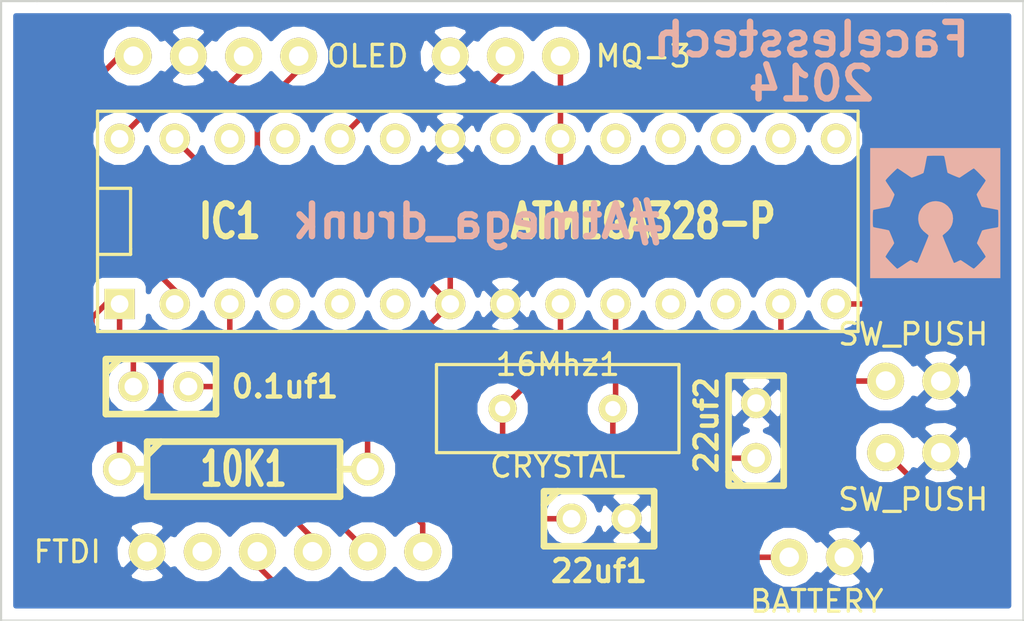
<source format=kicad_pcb>
(kicad_pcb (version 3) (host pcbnew "(22-Jun-2014 BZR 4027)-stable")

  (general
    (links 29)
    (no_connects 0)
    (area 223.088999 100.517 270.306001 130.369)
    (thickness 1.6)
    (drawings 13)
    (tracks 90)
    (zones 0)
    (modules 13)
    (nets 14)
  )

  (page A3)
  (layers
    (15 F.Cu signal)
    (0 B.Cu signal)
    (16 B.Adhes user)
    (17 F.Adhes user)
    (18 B.Paste user)
    (19 F.Paste user)
    (20 B.SilkS user)
    (21 F.SilkS user)
    (22 B.Mask user)
    (23 F.Mask user)
    (24 Dwgs.User user)
    (25 Cmts.User user)
    (26 Eco1.User user)
    (27 Eco2.User user)
    (28 Edge.Cuts user)
  )

  (setup
    (last_trace_width 0.254)
    (trace_clearance 0.254)
    (zone_clearance 0.508)
    (zone_45_only no)
    (trace_min 0.254)
    (segment_width 0.2)
    (edge_width 0.1)
    (via_size 0.889)
    (via_drill 0.635)
    (via_min_size 0.889)
    (via_min_drill 0.508)
    (uvia_size 0.508)
    (uvia_drill 0.127)
    (uvias_allowed no)
    (uvia_min_size 0.508)
    (uvia_min_drill 0.127)
    (pcb_text_width 0.3)
    (pcb_text_size 1.5 1.5)
    (mod_edge_width 0.15)
    (mod_text_size 1 1)
    (mod_text_width 0.15)
    (pad_size 1.7 1.7)
    (pad_drill 0.9)
    (pad_to_mask_clearance 0)
    (aux_axis_origin 0 0)
    (visible_elements FFFFFFBF)
    (pcbplotparams
      (layerselection 284196865)
      (usegerberextensions true)
      (excludeedgelayer true)
      (linewidth 0.150000)
      (plotframeref false)
      (viasonmask false)
      (mode 1)
      (useauxorigin false)
      (hpglpennumber 1)
      (hpglpenspeed 20)
      (hpglpendiameter 15)
      (hpglpenoverlay 2)
      (psnegative false)
      (psa4output false)
      (plotreference true)
      (plotvalue true)
      (plotothertext true)
      (plotinvisibletext false)
      (padsonsilk false)
      (subtractmaskfromsilk false)
      (outputformat 1)
      (mirror false)
      (drillshape 0)
      (scaleselection 1)
      (outputdirectory ""))
  )

  (net 0 "")
  (net 1 GND)
  (net 2 N-0000010)
  (net 3 N-0000018)
  (net 4 N-0000022)
  (net 5 N-0000027)
  (net 6 N-000003)
  (net 7 N-000004)
  (net 8 N-000005)
  (net 9 N-000006)
  (net 10 N-000007)
  (net 11 N-000008)
  (net 12 N-000009)
  (net 13 VCC)

  (net_class Default "This is the default net class."
    (clearance 0.254)
    (trace_width 0.254)
    (via_dia 0.889)
    (via_drill 0.635)
    (uvia_dia 0.508)
    (uvia_drill 0.127)
    (add_net "")
    (add_net GND)
    (add_net N-0000010)
    (add_net N-0000018)
    (add_net N-0000022)
    (add_net N-0000027)
    (add_net N-000003)
    (add_net N-000004)
    (add_net N-000005)
    (add_net N-000006)
    (add_net N-000007)
    (add_net N-000008)
    (add_net N-000009)
    (add_net VCC)
  )

  (module R4-5 (layer F.Cu) (tedit 5490AB30) (tstamp 5490AAB5)
    (at 234.315 123.19)
    (path /5489FF92)
    (fp_text reference 10K1 (at 0 0) (layer F.SilkS)
      (effects (font (size 1.524 1.016) (thickness 0.3048)))
    )
    (fp_text value R (at 0 0) (layer F.SilkS) hide
      (effects (font (size 1.524 1.016) (thickness 0.3048)))
    )
    (fp_line (start -4.445 -1.27) (end -4.445 1.27) (layer F.SilkS) (width 0.3048))
    (fp_line (start -4.445 1.27) (end 4.445 1.27) (layer F.SilkS) (width 0.3048))
    (fp_line (start 4.445 1.27) (end 4.445 -1.27) (layer F.SilkS) (width 0.3048))
    (fp_line (start 4.445 -1.27) (end -4.445 -1.27) (layer F.SilkS) (width 0.3048))
    (fp_line (start -4.445 -0.635) (end -3.81 -1.27) (layer F.SilkS) (width 0.3048))
    (fp_line (start -4.445 0) (end -5.715 0) (layer F.SilkS) (width 0.3048))
    (fp_line (start 4.445 0) (end 5.715 0) (layer F.SilkS) (width 0.3048))
    (pad 1 thru_hole circle (at -5.715 0) (size 1.524 1.524) (drill 1.016)
      (layers *.Cu *.Mask F.SilkS)
      (net 7 N-000004)
    )
    (pad 2 thru_hole circle (at 5.715 0) (size 1.524 1.524) (drill 1.016)
      (layers *.Cu *.Mask F.SilkS)
      (net 13 VCC)
    )
    (model discret/resistor.wrl
      (at (xyz 0 0 0))
      (scale (xyz 0.45 0.45 0.45))
      (rotate (xyz 0 0 0))
    )
  )

  (module DIP_28_300_SOCKET (layer F.Cu) (tedit 548F57DD) (tstamp 5490AAE7)
    (at 245.11 111.76)
    (descr "28 pins DIL package, round pads, width 300mil")
    (tags DIL)
    (path /5489F987)
    (fp_text reference IC1 (at -11.43 0) (layer F.SilkS)
      (effects (font (size 1.524 1.143) (thickness 0.3048)))
    )
    (fp_text value ATMEGA328-P (at 7.62 0) (layer F.SilkS)
      (effects (font (size 1.524 1.143) (thickness 0.28575)))
    )
    (fp_line (start -17.526 -1.524) (end -16.002 -1.524) (layer F.SilkS) (width 0.15))
    (fp_line (start -16.002 -1.524) (end -16.002 1.27) (layer F.SilkS) (width 0.15))
    (fp_line (start -16.002 1.27) (end -16.002 1.524) (layer F.SilkS) (width 0.15))
    (fp_line (start -16.002 1.524) (end -17.526 1.524) (layer F.SilkS) (width 0.15))
    (fp_line (start 17.526 -5.08) (end 17.526 5.08) (layer F.SilkS) (width 0.15))
    (fp_line (start 17.526 5.08) (end -17.526 5.08) (layer F.SilkS) (width 0.15))
    (fp_line (start -17.526 5.08) (end -17.526 -5.08) (layer F.SilkS) (width 0.15))
    (fp_line (start -17.526 -5.08) (end 17.526 -5.08) (layer F.SilkS) (width 0.15))
    (pad 2 thru_hole circle (at -13.97 3.81) (size 1.397 1.397) (drill 0.8128)
      (layers *.Cu *.Mask F.SilkS)
      (net 9 N-000006)
    )
    (pad 3 thru_hole circle (at -11.43 3.81) (size 1.397 1.397) (drill 0.8128)
      (layers *.Cu *.Mask F.SilkS)
      (net 8 N-000005)
    )
    (pad 4 thru_hole circle (at -8.89 3.81) (size 1.397 1.397) (drill 0.8128)
      (layers *.Cu *.Mask F.SilkS)
    )
    (pad 5 thru_hole circle (at -6.35 3.81) (size 1.397 1.397) (drill 0.8128)
      (layers *.Cu *.Mask F.SilkS)
    )
    (pad 6 thru_hole circle (at -3.81 3.81) (size 1.397 1.397) (drill 0.8128)
      (layers *.Cu *.Mask F.SilkS)
    )
    (pad 7 thru_hole circle (at -1.27 3.81) (size 1.397 1.397) (drill 0.8128)
      (layers *.Cu *.Mask F.SilkS)
      (net 13 VCC)
    )
    (pad 8 thru_hole circle (at 1.27 3.81) (size 1.397 1.397) (drill 0.8128)
      (layers *.Cu *.Mask F.SilkS)
      (net 1 GND)
    )
    (pad 9 thru_hole circle (at 3.81 3.81) (size 1.397 1.397) (drill 0.8128)
      (layers *.Cu *.Mask F.SilkS)
      (net 4 N-0000022)
    )
    (pad 10 thru_hole circle (at 6.35 3.81) (size 1.397 1.397) (drill 0.8128)
      (layers *.Cu *.Mask F.SilkS)
      (net 3 N-0000018)
    )
    (pad 11 thru_hole circle (at 8.89 3.81) (size 1.397 1.397) (drill 0.8128)
      (layers *.Cu *.Mask F.SilkS)
    )
    (pad 12 thru_hole circle (at 11.43 3.81) (size 1.397 1.397) (drill 0.8128)
      (layers *.Cu *.Mask F.SilkS)
    )
    (pad 13 thru_hole circle (at 13.97 3.81) (size 1.397 1.397) (drill 0.8128)
      (layers *.Cu *.Mask F.SilkS)
      (net 11 N-000008)
    )
    (pad 14 thru_hole circle (at 16.51 3.81) (size 1.397 1.397) (drill 0.8128)
      (layers *.Cu *.Mask F.SilkS)
      (net 12 N-000009)
    )
    (pad 1 thru_hole rect (at -16.51 3.81) (size 1.397 1.397) (drill 0.8128)
      (layers *.Cu *.Mask F.SilkS)
      (net 7 N-000004)
    )
    (pad 15 thru_hole circle (at 16.51 -3.81) (size 1.397 1.397) (drill 0.8128)
      (layers *.Cu *.Mask F.SilkS)
    )
    (pad 16 thru_hole circle (at 13.97 -3.81) (size 1.397 1.397) (drill 0.8128)
      (layers *.Cu *.Mask F.SilkS)
    )
    (pad 17 thru_hole circle (at 11.43 -3.81) (size 1.397 1.397) (drill 0.8128)
      (layers *.Cu *.Mask F.SilkS)
    )
    (pad 18 thru_hole circle (at 8.89 -3.81) (size 1.397 1.397) (drill 0.8128)
      (layers *.Cu *.Mask F.SilkS)
    )
    (pad 19 thru_hole circle (at 6.35 -3.81) (size 1.397 1.397) (drill 0.8128)
      (layers *.Cu *.Mask F.SilkS)
    )
    (pad 20 thru_hole circle (at 3.81 -3.81) (size 1.397 1.397) (drill 0.8128)
      (layers *.Cu *.Mask F.SilkS)
      (net 13 VCC)
    )
    (pad 21 thru_hole circle (at 1.27 -3.81) (size 1.397 1.397) (drill 0.8128)
      (layers *.Cu *.Mask F.SilkS)
    )
    (pad 22 thru_hole circle (at -1.27 -3.81) (size 1.397 1.397) (drill 0.8128)
      (layers *.Cu *.Mask F.SilkS)
      (net 1 GND)
    )
    (pad 23 thru_hole circle (at -3.81 -3.81) (size 1.397 1.397) (drill 0.8128)
      (layers *.Cu *.Mask F.SilkS)
    )
    (pad 24 thru_hole circle (at -6.35 -3.81) (size 1.397 1.397) (drill 0.8128)
      (layers *.Cu *.Mask F.SilkS)
      (net 6 N-000003)
    )
    (pad 25 thru_hole circle (at -8.89 -3.81) (size 1.397 1.397) (drill 0.8128)
      (layers *.Cu *.Mask F.SilkS)
    )
    (pad 26 thru_hole circle (at -11.43 -3.81) (size 1.397 1.397) (drill 0.8128)
      (layers *.Cu *.Mask F.SilkS)
    )
    (pad 27 thru_hole circle (at -13.97 -3.81) (size 1.397 1.397) (drill 0.8128)
      (layers *.Cu *.Mask F.SilkS)
      (net 10 N-000007)
    )
    (pad 28 thru_hole circle (at -16.51 -3.81) (size 1.397 1.397) (drill 0.8128)
      (layers *.Cu *.Mask F.SilkS)
      (net 2 N-0000010)
    )
    (model dil/dil_28-w300.wrl
      (at (xyz 0 0 0))
      (scale (xyz 1 1 1))
      (rotate (xyz 0 0 0))
    )
  )

  (module C1 (layer F.Cu) (tedit 5493502A) (tstamp 5490AAF2)
    (at 250.698 125.476)
    (descr "Condensateur e = 1 pas")
    (tags C)
    (path /5489FFB0)
    (fp_text reference 22uf1 (at 0 2.413) (layer F.SilkS)
      (effects (font (size 1.016 1.016) (thickness 0.2032)))
    )
    (fp_text value C (at 0 -2.286) (layer F.SilkS) hide
      (effects (font (size 1.016 1.016) (thickness 0.2032)))
    )
    (fp_line (start -2.4892 -1.27) (end 2.54 -1.27) (layer F.SilkS) (width 0.3048))
    (fp_line (start 2.54 -1.27) (end 2.54 1.27) (layer F.SilkS) (width 0.3048))
    (fp_line (start 2.54 1.27) (end -2.54 1.27) (layer F.SilkS) (width 0.3048))
    (fp_line (start -2.54 1.27) (end -2.54 -1.27) (layer F.SilkS) (width 0.3048))
    (fp_line (start -2.54 -0.635) (end -1.905 -1.27) (layer F.SilkS) (width 0.3048))
    (pad 1 thru_hole circle (at -1.27 0) (size 1.397 1.397) (drill 0.8128)
      (layers *.Cu *.Mask F.SilkS)
      (net 4 N-0000022)
    )
    (pad 2 thru_hole circle (at 1.27 0) (size 1.397 1.397) (drill 0.8128)
      (layers *.Cu *.Mask F.SilkS)
      (net 1 GND)
    )
    (model discret/capa_1_pas.wrl
      (at (xyz 0 0 0))
      (scale (xyz 1 1 1))
      (rotate (xyz 0 0 0))
    )
  )

  (module C1 (layer F.Cu) (tedit 3F92C496) (tstamp 5490AAFD)
    (at 257.937 121.412 90)
    (descr "Condensateur e = 1 pas")
    (tags C)
    (path /5489FFBF)
    (fp_text reference 22uf2 (at 0.254 -2.286 90) (layer F.SilkS)
      (effects (font (size 1.016 1.016) (thickness 0.2032)))
    )
    (fp_text value C (at 0 -2.286 90) (layer F.SilkS) hide
      (effects (font (size 1.016 1.016) (thickness 0.2032)))
    )
    (fp_line (start -2.4892 -1.27) (end 2.54 -1.27) (layer F.SilkS) (width 0.3048))
    (fp_line (start 2.54 -1.27) (end 2.54 1.27) (layer F.SilkS) (width 0.3048))
    (fp_line (start 2.54 1.27) (end -2.54 1.27) (layer F.SilkS) (width 0.3048))
    (fp_line (start -2.54 1.27) (end -2.54 -1.27) (layer F.SilkS) (width 0.3048))
    (fp_line (start -2.54 -0.635) (end -1.905 -1.27) (layer F.SilkS) (width 0.3048))
    (pad 1 thru_hole circle (at -1.27 0 90) (size 1.397 1.397) (drill 0.8128)
      (layers *.Cu *.Mask F.SilkS)
      (net 3 N-0000018)
    )
    (pad 2 thru_hole circle (at 1.27 0 90) (size 1.397 1.397) (drill 0.8128)
      (layers *.Cu *.Mask F.SilkS)
      (net 1 GND)
    )
    (model discret/capa_1_pas.wrl
      (at (xyz 0 0 0))
      (scale (xyz 1 1 1))
      (rotate (xyz 0 0 0))
    )
  )

  (module C1 (layer F.Cu) (tedit 54934FC9) (tstamp 5490AB08)
    (at 230.505 119.38)
    (descr "Condensateur e = 1 pas")
    (tags C)
    (path /5489FFCE)
    (fp_text reference 0.1uf1 (at 5.715 0) (layer F.SilkS)
      (effects (font (size 1.016 1.016) (thickness 0.2032)))
    )
    (fp_text value C (at 0 -2.286) (layer F.SilkS) hide
      (effects (font (size 1.016 1.016) (thickness 0.2032)))
    )
    (fp_line (start -2.4892 -1.27) (end 2.54 -1.27) (layer F.SilkS) (width 0.3048))
    (fp_line (start 2.54 -1.27) (end 2.54 1.27) (layer F.SilkS) (width 0.3048))
    (fp_line (start 2.54 1.27) (end -2.54 1.27) (layer F.SilkS) (width 0.3048))
    (fp_line (start -2.54 1.27) (end -2.54 -1.27) (layer F.SilkS) (width 0.3048))
    (fp_line (start -2.54 -0.635) (end -1.905 -1.27) (layer F.SilkS) (width 0.3048))
    (pad 1 thru_hole circle (at -1.27 0) (size 1.397 1.397) (drill 0.8128)
      (layers *.Cu *.Mask F.SilkS)
      (net 7 N-000004)
    )
    (pad 2 thru_hole circle (at 1.27 0) (size 1.397 1.397) (drill 0.8128)
      (layers *.Cu *.Mask F.SilkS)
      (net 5 N-0000027)
    )
    (model discret/capa_1_pas.wrl
      (at (xyz 0 0 0))
      (scale (xyz 1 1 1))
      (rotate (xyz 0 0 0))
    )
  )

  (module FTDI (layer F.Cu) (tedit 54958BED) (tstamp 5490B2CB)
    (at 236.22 127 180)
    (path /548D985C)
    (fp_text reference U2 (at 0 -2.54 180) (layer F.SilkS) hide
      (effects (font (size 1 1) (thickness 0.15)))
    )
    (fp_text value FTDI (at 10.033 0 180) (layer F.SilkS)
      (effects (font (size 1 1) (thickness 0.15)))
    )
    (pad 1 thru_hole circle (at -6.35 0 180) (size 1.7 1.7) (drill 0.9)
      (layers *.Cu *.Mask F.SilkS)
      (net 5 N-0000027)
    )
    (pad 2 thru_hole circle (at -3.81 0 180) (size 1.7 1.7) (drill 0.9)
      (layers *.Cu *.Mask F.SilkS)
      (net 8 N-000005)
    )
    (pad 3 thru_hole circle (at -1.27 0 180) (size 1.7 1.7) (drill 0.9)
      (layers *.Cu *.Mask F.SilkS)
      (net 9 N-000006)
    )
    (pad 4 thru_hole circle (at 1.27 0 180) (size 1.7 1.7) (drill 0.9)
      (layers *.Cu *.Mask F.SilkS)
      (net 13 VCC)
    )
    (pad 5 thru_hole circle (at 3.81 0 180) (size 1.7 1.7) (drill 0.9)
      (layers *.Cu *.Mask F.SilkS)
    )
    (pad 6 thru_hole circle (at 6.35 0 180) (size 1.7 1.7) (drill 0.9)
      (layers *.Cu *.Mask F.SilkS)
      (net 1 GND)
    )
  )

  (module Crystal_custom (layer F.Cu) (tedit 54958BE0) (tstamp 5491482D)
    (at 248.793 120.396 180)
    (path /5489FF7F)
    (fp_text reference 16Mhz1 (at 0 2.032 180) (layer F.SilkS)
      (effects (font (size 1 1) (thickness 0.15)))
    )
    (fp_text value CRYSTAL (at 0 -2.667 180) (layer F.SilkS)
      (effects (font (size 1 1) (thickness 0.15)))
    )
    (fp_line (start -5.588 -2.032) (end 5.588 -2.032) (layer F.SilkS) (width 0.15))
    (fp_line (start 5.588 -2.032) (end 5.588 2.032) (layer F.SilkS) (width 0.15))
    (fp_line (start 5.588 2.032) (end -5.588 2.032) (layer F.SilkS) (width 0.15))
    (fp_line (start -5.588 2.032) (end -5.588 -2.032) (layer F.SilkS) (width 0.15))
    (pad 1 thru_hole circle (at -2.54 0 180) (size 1.3 1.3) (drill 0.7)
      (layers *.Cu *.Mask F.SilkS)
      (net 3 N-0000018)
    )
    (pad 2 thru_hole circle (at 2.54 0 180) (size 1.3 1.3) (drill 0.7)
      (layers *.Cu *.Mask F.SilkS)
      (net 4 N-0000022)
    )
  )

  (module OLED_HEADER (layer F.Cu) (tedit 54934FB9) (tstamp 5491F79C)
    (at 233.045 104.14)
    (path /5489FEEB)
    (fp_text reference U3 (at 0 -2.794) (layer F.SilkS) hide
      (effects (font (size 1 1) (thickness 0.15)))
    )
    (fp_text value OLED (at 6.985 0) (layer F.SilkS)
      (effects (font (size 1 1) (thickness 0.15)))
    )
    (pad 2 thru_hole circle (at -1.27 0) (size 1.7 1.7) (drill 0.9)
      (layers *.Cu *.Mask F.SilkS)
      (net 1 GND)
    )
    (pad 3 thru_hole circle (at 1.27 0) (size 1.7 1.7) (drill 0.9)
      (layers *.Cu *.Mask F.SilkS)
      (net 2 N-0000010)
    )
    (pad 1 thru_hole circle (at -3.81 0) (size 1.7 1.7) (drill 0.9)
      (layers *.Cu *.Mask F.SilkS)
      (net 13 VCC)
    )
    (pad 4 thru_hole circle (at 3.81 0) (size 1.7 1.7) (drill 0.9)
      (layers *.Cu *.Mask F.SilkS)
      (net 10 N-000007)
    )
  )

  (module MQ-3 (layer F.Cu) (tedit 54934FAB) (tstamp 5491F8FE)
    (at 246.38 104.14)
    (path /548D9436)
    (fp_text reference U1 (at 0 -2.286) (layer F.SilkS) hide
      (effects (font (size 1 1) (thickness 0.15)))
    )
    (fp_text value MQ-3 (at 6.35 0) (layer F.SilkS)
      (effects (font (size 1 1) (thickness 0.15)))
    )
    (pad 1 thru_hole circle (at -2.54 0) (size 1.7 1.7) (drill 0.9)
      (layers *.Cu *.Mask F.SilkS)
      (net 1 GND)
    )
    (pad 2 thru_hole circle (at 0 0) (size 1.7 1.7) (drill 0.9)
      (layers *.Cu *.Mask F.SilkS)
      (net 6 N-000003)
    )
    (pad 3 thru_hole circle (at 2.54 0) (size 1.7 1.7) (drill 0.9)
      (layers *.Cu *.Mask F.SilkS)
      (net 13 VCC)
    )
  )

  (module PUSH_BUTTONS_CUSTOM (layer F.Cu) (tedit 54935086) (tstamp 5491F9EB)
    (at 265.176 122.428)
    (path /548D948E)
    (fp_text reference eeSW3 (at 0 -2.032) (layer F.SilkS) hide
      (effects (font (size 1 1) (thickness 0.15)))
    )
    (fp_text value SW_PUSH (at 0 2.159) (layer F.SilkS)
      (effects (font (size 1 1) (thickness 0.15)))
    )
    (pad 1 thru_hole circle (at -1.27 0) (size 1.7 1.7) (drill 0.9)
      (layers *.Cu *.Mask F.SilkS)
      (net 12 N-000009)
    )
    (pad 2 thru_hole circle (at 1.27 0) (size 1.7 1.7) (drill 0.9)
      (layers *.Cu *.Mask F.SilkS)
      (net 1 GND)
    )
  )

  (module PUSH_BUTTONS_CUSTOM (layer F.Cu) (tedit 54935080) (tstamp 5491F9F1)
    (at 265.176 119.126)
    (path /548D949D)
    (fp_text reference SW2 (at 0 -2.032) (layer F.SilkS) hide
      (effects (font (size 1 1) (thickness 0.15)))
    )
    (fp_text value SW_PUSH (at 0 -2.159) (layer F.SilkS)
      (effects (font (size 1 1) (thickness 0.15)))
    )
    (pad 1 thru_hole circle (at -1.27 0) (size 1.7 1.7) (drill 0.9)
      (layers *.Cu *.Mask F.SilkS)
      (net 11 N-000008)
    )
    (pad 2 thru_hole circle (at 1.27 0) (size 1.7 1.7) (drill 0.9)
      (layers *.Cu *.Mask F.SilkS)
      (net 1 GND)
    )
  )

  (module Battery_headers (layer F.Cu) (tedit 54958BD1) (tstamp 5491FC19)
    (at 260.731 127.254)
    (path /548D94AC)
    (fp_text reference BT1 (at 0 -2.54) (layer F.SilkS) hide
      (effects (font (size 1 1) (thickness 0.15)))
    )
    (fp_text value BATTERY (at 0 2.032) (layer F.SilkS)
      (effects (font (size 1 1) (thickness 0.15)))
    )
    (pad 1 thru_hole circle (at -1.27 0) (size 1.7 1.7) (drill 0.9)
      (layers *.Cu *.Mask F.SilkS)
      (net 13 VCC)
    )
    (pad 2 thru_hole circle (at 1.27 0) (size 1.7 1.7) (drill 0.9)
      (layers *.Cu *.Mask F.SilkS)
      (net 1 GND)
    )
  )

  (module OSH (layer F.Cu) (tedit 0) (tstamp 5497CB6E)
    (at 266.192 111.379)
    (fp_text reference VAL (at 0 0) (layer F.SilkS) hide
      (effects (font (size 0.381 0.381) (thickness 0.127)))
    )
    (fp_text value REF (at 0 0) (layer F.SilkS) hide
      (effects (font (size 0.381 0.381) (thickness 0.127)))
    )
    (fp_poly (pts (xy 2.99974 2.99974) (xy 2.9083 2.99974) (xy 2.9083 0.37084) (xy 2.9083 0.25146)
      (xy 2.9083 0.12954) (xy 2.90576 0.03302) (xy 2.90322 -0.0381) (xy 2.90068 -0.0889)
      (xy 2.89814 -0.12192) (xy 2.89306 -0.1397) (xy 2.88544 -0.14732) (xy 2.86512 -0.1524)
      (xy 2.8194 -0.16256) (xy 2.75082 -0.17526) (xy 2.667 -0.19304) (xy 2.57048 -0.21082)
      (xy 2.50698 -0.22352) (xy 2.40792 -0.2413) (xy 2.31648 -0.25908) (xy 2.24028 -0.27432)
      (xy 2.1844 -0.28702) (xy 2.15138 -0.29464) (xy 2.14376 -0.29718) (xy 2.1336 -0.31496)
      (xy 2.11328 -0.3556) (xy 2.08788 -0.41656) (xy 2.0574 -0.48514) (xy 2.02438 -0.56388)
      (xy 1.99136 -0.64008) (xy 1.96088 -0.71374) (xy 1.93548 -0.77724) (xy 1.9177 -0.8255)
      (xy 1.90754 -0.85344) (xy 1.90754 -0.85598) (xy 1.91516 -0.87884) (xy 1.93802 -0.91694)
      (xy 1.97104 -0.97028) (xy 2.0066 -1.02108) (xy 2.10058 -1.1557) (xy 2.17678 -1.27)
      (xy 2.23774 -1.3589) (xy 2.28092 -1.42494) (xy 2.30886 -1.4732) (xy 2.32156 -1.50114)
      (xy 2.3241 -1.50622) (xy 2.3114 -1.524) (xy 2.28346 -1.55956) (xy 2.24028 -1.60782)
      (xy 2.1844 -1.66624) (xy 2.1209 -1.72974) (xy 2.05486 -1.79832) (xy 1.98882 -1.86436)
      (xy 1.92532 -1.92786) (xy 1.8669 -1.98374) (xy 1.82118 -2.02692) (xy 1.78816 -2.05232)
      (xy 1.77546 -2.06248) (xy 1.75768 -2.05232) (xy 1.71958 -2.02946) (xy 1.6637 -1.9939)
      (xy 1.59258 -1.94564) (xy 1.5113 -1.8923) (xy 1.44526 -1.84658) (xy 1.35636 -1.78816)
      (xy 1.27762 -1.73482) (xy 1.20904 -1.6891) (xy 1.15824 -1.65608) (xy 1.12522 -1.63576)
      (xy 1.11252 -1.63068) (xy 1.08966 -1.6383) (xy 1.04394 -1.65354) (xy 0.98298 -1.6764)
      (xy 0.91186 -1.70688) (xy 0.83566 -1.73736) (xy 0.75946 -1.77038) (xy 0.68834 -1.8034)
      (xy 0.62992 -1.8288) (xy 0.58674 -1.85166) (xy 0.56896 -1.86436) (xy 0.56896 -1.86436)
      (xy 0.56134 -1.88468) (xy 0.55118 -1.9304) (xy 0.53848 -1.99898) (xy 0.5207 -2.0828)
      (xy 0.50292 -2.17932) (xy 0.49276 -2.23266) (xy 0.47498 -2.33172) (xy 0.4572 -2.4257)
      (xy 0.43942 -2.50444) (xy 0.42672 -2.5654) (xy 0.41656 -2.6035) (xy 0.41402 -2.61112)
      (xy 0.40894 -2.62128) (xy 0.40132 -2.63144) (xy 0.38862 -2.63652) (xy 0.36576 -2.6416)
      (xy 0.32766 -2.64414) (xy 0.27178 -2.64668) (xy 0.19558 -2.64668) (xy 0.09652 -2.64668)
      (xy 0.01778 -2.64668) (xy -0.09398 -2.64668) (xy -0.19304 -2.64414) (xy -0.27432 -2.6416)
      (xy -0.33274 -2.63906) (xy -0.3683 -2.63398) (xy -0.37592 -2.63144) (xy -0.381 -2.61366)
      (xy -0.39116 -2.56794) (xy -0.4064 -2.5019) (xy -0.42164 -2.42062) (xy -0.43942 -2.32156)
      (xy -0.45466 -2.24282) (xy -0.47498 -2.13868) (xy -0.4953 -2.0447) (xy -0.51308 -1.96596)
      (xy -0.52832 -1.90246) (xy -0.53848 -1.86436) (xy -0.54356 -1.85166) (xy -0.56642 -1.83896)
      (xy -0.6096 -1.81864) (xy -0.67056 -1.7907) (xy -0.74422 -1.76022) (xy -0.82042 -1.72974)
      (xy -0.89662 -1.69926) (xy -0.97028 -1.67386) (xy -1.0287 -1.65354) (xy -1.07188 -1.6383)
      (xy -1.0922 -1.63576) (xy -1.10998 -1.64592) (xy -1.15062 -1.67132) (xy -1.20904 -1.70942)
      (xy -1.28016 -1.75768) (xy -1.36144 -1.81356) (xy -1.41986 -1.85166) (xy -1.50622 -1.91008)
      (xy -1.58242 -1.96342) (xy -1.651 -2.0066) (xy -1.7018 -2.03962) (xy -1.73482 -2.0574)
      (xy -1.74244 -2.06248) (xy -1.75768 -2.05232) (xy -1.79324 -2.02184) (xy -1.8415 -1.97612)
      (xy -1.90246 -1.9177) (xy -1.97358 -1.84912) (xy -2.02946 -1.79324) (xy -2.11836 -1.70434)
      (xy -2.18694 -1.63322) (xy -2.23774 -1.57734) (xy -2.26822 -1.53924) (xy -2.286 -1.51384)
      (xy -2.28854 -1.4986) (xy -2.27838 -1.47828) (xy -2.25298 -1.4351) (xy -2.21488 -1.37668)
      (xy -2.16662 -1.30556) (xy -2.11074 -1.22174) (xy -2.08026 -1.17602) (xy -2.02184 -1.08966)
      (xy -1.97104 -1.01092) (xy -1.92786 -0.94488) (xy -1.89738 -0.89408) (xy -1.8796 -0.86106)
      (xy -1.87706 -0.85344) (xy -1.88214 -0.83312) (xy -1.89992 -0.7874) (xy -1.92278 -0.72644)
      (xy -1.95072 -0.65532) (xy -1.98374 -0.57658) (xy -2.01676 -0.50038) (xy -2.04724 -0.42672)
      (xy -2.07518 -0.3683) (xy -2.0955 -0.32258) (xy -2.1082 -0.30226) (xy -2.1082 -0.30226)
      (xy -2.12598 -0.29464) (xy -2.16916 -0.28448) (xy -2.2352 -0.26924) (xy -2.31902 -0.254)
      (xy -2.413 -0.23368) (xy -2.4765 -0.22352) (xy -2.58064 -0.2032) (xy -2.67208 -0.18542)
      (xy -2.75082 -0.17018) (xy -2.80924 -0.15748) (xy -2.84734 -0.14986) (xy -2.85496 -0.14732)
      (xy -2.86258 -0.12954) (xy -2.86766 -0.08636) (xy -2.87274 -0.02286) (xy -2.87528 0.05588)
      (xy -2.87782 0.14478) (xy -2.87782 0.2413) (xy -2.87782 0.33528) (xy -2.87782 0.42672)
      (xy -2.87528 0.508) (xy -2.8702 0.57404) (xy -2.86512 0.61976) (xy -2.8575 0.64262)
      (xy -2.8575 0.64262) (xy -2.83718 0.6477) (xy -2.79146 0.6604) (xy -2.72542 0.67564)
      (xy -2.6416 0.69088) (xy -2.54508 0.7112) (xy -2.49428 0.71882) (xy -2.39522 0.73914)
      (xy -2.30378 0.75692) (xy -2.22758 0.7747) (xy -2.16916 0.7874) (xy -2.13614 0.8001)
      (xy -2.12852 0.80264) (xy -2.11836 0.82296) (xy -2.09804 0.86614) (xy -2.07264 0.9271)
      (xy -2.04216 1.00076) (xy -2.00914 1.0795) (xy -1.97612 1.16078) (xy -1.94564 1.23698)
      (xy -1.92024 1.30302) (xy -1.90246 1.35382) (xy -1.89484 1.3843) (xy -1.8923 1.38938)
      (xy -1.90246 1.40462) (xy -1.92532 1.44526) (xy -1.96088 1.50114) (xy -2.00914 1.57226)
      (xy -2.06248 1.651) (xy -2.09296 1.69672) (xy -2.15138 1.78054) (xy -2.20218 1.85674)
      (xy -2.24282 1.92278) (xy -2.2733 1.97358) (xy -2.29108 2.0066) (xy -2.29362 2.01168)
      (xy -2.28346 2.02946) (xy -2.25298 2.06248) (xy -2.2098 2.11074) (xy -2.15392 2.16916)
      (xy -2.09296 2.2352) (xy -2.02692 2.30378) (xy -1.96088 2.36982) (xy -1.89738 2.43332)
      (xy -1.83896 2.4892) (xy -1.79324 2.53238) (xy -1.76276 2.56032) (xy -1.74752 2.56794)
      (xy -1.73228 2.56032) (xy -1.69672 2.53746) (xy -1.64084 2.5019) (xy -1.57226 2.45618)
      (xy -1.49352 2.40284) (xy -1.44526 2.36982) (xy -1.3589 2.3114) (xy -1.2827 2.2606)
      (xy -1.2192 2.21996) (xy -1.1684 2.18948) (xy -1.13792 2.1717) (xy -1.1303 2.16916)
      (xy -1.10998 2.17678) (xy -1.06934 2.19456) (xy -1.01346 2.2225) (xy -0.9779 2.24028)
      (xy -0.91186 2.2733) (xy -0.86868 2.29362) (xy -0.83566 2.29362) (xy -0.8128 2.2733)
      (xy -0.78994 2.23012) (xy -0.762 2.16154) (xy -0.75946 2.15392) (xy -0.74168 2.11074)
      (xy -0.71374 2.0447) (xy -0.67818 1.95834) (xy -0.63754 1.85674) (xy -0.59182 1.74498)
      (xy -0.54102 1.6256) (xy -0.51054 1.5494) (xy -0.46228 1.4351) (xy -0.4191 1.32588)
      (xy -0.381 1.2319) (xy -0.34798 1.15316) (xy -0.32512 1.0922) (xy -0.31242 1.05156)
      (xy -0.30734 1.03886) (xy -0.32004 1.02108) (xy -0.35052 0.9906) (xy -0.39624 0.9525)
      (xy -0.41656 0.93726) (xy -0.54356 0.83058) (xy -0.64262 0.71882) (xy -0.71374 0.59944)
      (xy -0.75946 0.46736) (xy -0.78232 0.32258) (xy -0.78486 0.24384) (xy -0.76962 0.08636)
      (xy -0.72898 -0.05842) (xy -0.65786 -0.1905) (xy -0.5588 -0.30988) (xy -0.52324 -0.3429)
      (xy -0.39878 -0.43688) (xy -0.26416 -0.50038) (xy -0.12192 -0.53848) (xy 0.02286 -0.55118)
      (xy 0.16764 -0.53594) (xy 0.30734 -0.49784) (xy 0.43942 -0.42926) (xy 0.5588 -0.33782)
      (xy 0.59944 -0.29718) (xy 0.6985 -0.17526) (xy 0.76708 -0.04318) (xy 0.80772 0.09906)
      (xy 0.82042 0.25146) (xy 0.82042 0.254) (xy 0.80518 0.41148) (xy 0.76454 0.55372)
      (xy 0.69342 0.68834) (xy 0.59436 0.81026) (xy 0.46736 0.92456) (xy 0.43434 0.94996)
      (xy 0.38862 0.98552) (xy 0.3556 1.016) (xy 0.33782 1.03632) (xy 0.33782 1.03886)
      (xy 0.3429 1.05918) (xy 0.36068 1.10236) (xy 0.38354 1.16332) (xy 0.41148 1.2319)
      (xy 0.41402 1.24206) (xy 0.43942 1.30302) (xy 0.47498 1.38938) (xy 0.51816 1.49098)
      (xy 0.56642 1.60528) (xy 0.61468 1.72466) (xy 0.66548 1.84404) (xy 0.66802 1.8542)
      (xy 0.71374 1.96088) (xy 0.75438 2.05994) (xy 0.79248 2.1463) (xy 0.82296 2.21742)
      (xy 0.84582 2.26822) (xy 0.85852 2.29362) (xy 0.86106 2.29616) (xy 0.87884 2.29616)
      (xy 0.91948 2.28346) (xy 0.97536 2.25806) (xy 1.01092 2.24028) (xy 1.07188 2.2098)
      (xy 1.12268 2.18694) (xy 1.1557 2.1717) (xy 1.16586 2.16916) (xy 1.18364 2.17678)
      (xy 1.22428 2.19964) (xy 1.28016 2.23774) (xy 1.34874 2.28346) (xy 1.42748 2.33426)
      (xy 1.45288 2.35204) (xy 1.53416 2.40792) (xy 1.60782 2.45872) (xy 1.67386 2.5019)
      (xy 1.71958 2.53238) (xy 1.75006 2.55016) (xy 1.7526 2.5527) (xy 1.7653 2.55778)
      (xy 1.778 2.55778) (xy 1.79578 2.54762) (xy 1.82118 2.52984) (xy 1.85674 2.49682)
      (xy 1.90754 2.4511) (xy 1.97104 2.39014) (xy 2.05486 2.30632) (xy 2.05486 2.30632)
      (xy 2.1336 2.22504) (xy 2.20218 2.15392) (xy 2.25806 2.09296) (xy 2.2987 2.04724)
      (xy 2.31902 2.0193) (xy 2.3241 2.01168) (xy 2.31394 1.99136) (xy 2.29108 1.94818)
      (xy 2.25552 1.88976) (xy 2.20726 1.81864) (xy 2.15392 1.73736) (xy 2.12344 1.69164)
      (xy 2.06502 1.60782) (xy 2.01422 1.53162) (xy 1.97358 1.47066) (xy 1.9431 1.4224)
      (xy 1.92532 1.39446) (xy 1.92278 1.38938) (xy 1.92786 1.36906) (xy 1.9431 1.32588)
      (xy 1.96596 1.26746) (xy 1.99644 1.19634) (xy 2.02692 1.1176) (xy 2.05994 1.03632)
      (xy 2.09042 0.96266) (xy 2.11836 0.89662) (xy 2.14122 0.84582) (xy 2.15646 0.81534)
      (xy 2.159 0.81026) (xy 2.1717 0.8001) (xy 2.19964 0.78994) (xy 2.24282 0.77724)
      (xy 2.30378 0.762) (xy 2.39014 0.74422) (xy 2.49682 0.7239) (xy 2.63144 0.6985)
      (xy 2.71526 0.68326) (xy 2.77876 0.6731) (xy 2.83464 0.66294) (xy 2.87274 0.65278)
      (xy 2.88036 0.65278) (xy 2.88798 0.6477) (xy 2.8956 0.63754) (xy 2.90068 0.61722)
      (xy 2.90322 0.5842) (xy 2.90576 0.5334) (xy 2.90576 0.46482) (xy 2.9083 0.37084)
      (xy 2.9083 2.99974) (xy 0 2.99974) (xy -2.99974 2.99974) (xy -2.99974 0)
      (xy -2.99974 -2.99974) (xy 0 -2.99974) (xy 2.99974 -2.99974) (xy 2.99974 0)
      (xy 2.99974 2.99974) (xy 2.99974 2.99974)) (layer B.SilkS) (width 0.00254))
  )

  (gr_line (start 270.256 130.175) (end 266.7 130.175) (angle 90) (layer Edge.Cuts) (width 0.1))
  (gr_line (start 270.256 101.6) (end 270.256 130.175) (angle 90) (layer Edge.Cuts) (width 0.1))
  (gr_line (start 266.7 101.6) (end 270.256 101.6) (angle 90) (layer Edge.Cuts) (width 0.1))
  (gr_line (start 223.139 130.175) (end 224.79 130.175) (angle 90) (layer Edge.Cuts) (width 0.1))
  (gr_line (start 223.139 101.6) (end 223.139 130.175) (angle 90) (layer Edge.Cuts) (width 0.1))
  (gr_line (start 224.79 101.6) (end 223.139 101.6) (angle 90) (layer Edge.Cuts) (width 0.1))
  (gr_text "#Atmega_drunk" (at 245.11 111.76) (layer B.SilkS)
    (effects (font (size 1.5 1.5) (thickness 0.3)) (justify mirror))
  )
  (gr_text "2014\n" (at 260.477 105.41) (layer B.SilkS)
    (effects (font (size 1.5 1.5) (thickness 0.3)) (justify mirror))
  )
  (gr_text Facelesstech (at 260.477 103.378) (layer B.SilkS)
    (effects (font (size 1.5 1.5) (thickness 0.3)) (justify mirror))
  )
  (gr_line (start 266.065 101.6) (end 266.7 101.6) (angle 90) (layer Edge.Cuts) (width 0.1))
  (gr_line (start 266.7 130.175) (end 266.065 130.175) (angle 90) (layer Edge.Cuts) (width 0.1))
  (gr_line (start 266.065 101.6) (end 224.79 101.6) (angle 90) (layer Edge.Cuts) (width 0.1))
  (gr_line (start 224.79 130.175) (end 266.065 130.175) (angle 90) (layer Edge.Cuts) (width 0.1))

  (segment (start 234.315 104.14) (end 234.315 104.775) (width 0.254) (layer F.Cu) (net 2))
  (segment (start 230.505 106.045) (end 228.6 107.95) (width 0.254) (layer F.Cu) (net 2) (tstamp 5492030F))
  (segment (start 233.045 106.045) (end 230.505 106.045) (width 0.254) (layer F.Cu) (net 2) (tstamp 5492030D))
  (segment (start 234.315 104.775) (end 233.045 106.045) (width 0.254) (layer F.Cu) (net 2) (tstamp 5492030B))
  (segment (start 251.333 120.396) (end 251.333 121.92) (width 0.254) (layer F.Cu) (net 3))
  (segment (start 252.095 122.682) (end 257.937 122.682) (width 0.254) (layer F.Cu) (net 3) (tstamp 54958BAD))
  (segment (start 251.333 121.92) (end 252.095 122.682) (width 0.254) (layer F.Cu) (net 3) (tstamp 54958BA6))
  (segment (start 251.46 115.57) (end 251.46 120.269) (width 0.254) (layer F.Cu) (net 3))
  (segment (start 251.46 120.269) (end 251.333 120.396) (width 0.254) (layer F.Cu) (net 3) (tstamp 54958B98))
  (segment (start 246.253 120.396) (end 246.253 124.714) (width 0.254) (layer F.Cu) (net 4))
  (segment (start 247.015 125.476) (end 249.428 125.476) (width 0.254) (layer F.Cu) (net 4) (tstamp 54958BA3))
  (segment (start 246.253 124.714) (end 247.015 125.476) (width 0.254) (layer F.Cu) (net 4) (tstamp 54958B9E))
  (segment (start 248.92 115.57) (end 248.92 117.729) (width 0.254) (layer F.Cu) (net 4))
  (segment (start 248.92 117.729) (end 246.253 120.396) (width 0.254) (layer F.Cu) (net 4) (tstamp 54958B93))
  (segment (start 231.775 119.38) (end 233.68 119.38) (width 0.254) (layer F.Cu) (net 5))
  (segment (start 242.57 125.73) (end 242.57 127) (width 0.254) (layer F.Cu) (net 5) (tstamp 5492A161))
  (segment (start 241.935 125.095) (end 242.57 125.73) (width 0.254) (layer F.Cu) (net 5) (tstamp 5492A15D))
  (segment (start 239.395 125.095) (end 241.935 125.095) (width 0.254) (layer F.Cu) (net 5) (tstamp 5492A15A))
  (segment (start 233.68 119.38) (end 239.395 125.095) (width 0.254) (layer F.Cu) (net 5) (tstamp 5492A154))
  (segment (start 246.38 104.14) (end 246.38 104.775) (width 0.254) (layer F.Cu) (net 6))
  (segment (start 240.665 106.045) (end 238.76 107.95) (width 0.254) (layer F.Cu) (net 6) (tstamp 54920341))
  (segment (start 245.11 106.045) (end 240.665 106.045) (width 0.254) (layer F.Cu) (net 6) (tstamp 5492033E))
  (segment (start 246.38 104.775) (end 245.11 106.045) (width 0.254) (layer F.Cu) (net 6) (tstamp 5492033C))
  (segment (start 228.6 123.19) (end 228.6 121.285) (width 0.254) (layer F.Cu) (net 7))
  (segment (start 227.965 115.57) (end 228.6 115.57) (width 0.254) (layer F.Cu) (net 7) (tstamp 5492A387))
  (segment (start 227.33 116.205) (end 227.965 115.57) (width 0.254) (layer F.Cu) (net 7) (tstamp 5492A385))
  (segment (start 227.33 120.015) (end 227.33 116.205) (width 0.254) (layer F.Cu) (net 7) (tstamp 5492A383))
  (segment (start 228.6 121.285) (end 227.33 120.015) (width 0.254) (layer F.Cu) (net 7) (tstamp 5492A380))
  (segment (start 228.6 115.57) (end 228.6 116.84) (width 0.254) (layer F.Cu) (net 7))
  (segment (start 229.235 117.475) (end 229.235 119.38) (width 0.254) (layer F.Cu) (net 7) (tstamp 5492A37D))
  (segment (start 228.6 116.84) (end 229.235 117.475) (width 0.254) (layer F.Cu) (net 7) (tstamp 5492A37B))
  (segment (start 240.03 127) (end 236.855 123.825) (width 0.254) (layer F.Cu) (net 8))
  (segment (start 233.68 116.84) (end 233.68 115.57) (width 0.254) (layer F.Cu) (net 8) (tstamp 5492A172))
  (segment (start 233.045 117.475) (end 233.68 116.84) (width 0.254) (layer F.Cu) (net 8) (tstamp 5492A170))
  (segment (start 231.14 117.475) (end 233.045 117.475) (width 0.254) (layer F.Cu) (net 8) (tstamp 5492A16F))
  (segment (start 230.505 118.11) (end 231.14 117.475) (width 0.254) (layer F.Cu) (net 8) (tstamp 5492A16E))
  (segment (start 230.505 122.555) (end 230.505 118.11) (width 0.254) (layer F.Cu) (net 8) (tstamp 5492A16C))
  (segment (start 231.775 123.825) (end 230.505 122.555) (width 0.254) (layer F.Cu) (net 8) (tstamp 5492A167))
  (segment (start 236.855 123.825) (end 231.775 123.825) (width 0.254) (layer F.Cu) (net 8) (tstamp 5492A164))
  (segment (start 237.49 127) (end 237.49 126.365) (width 0.254) (layer F.Cu) (net 9))
  (segment (start 231.14 114.935) (end 231.14 115.57) (width 0.254) (layer F.Cu) (net 9) (tstamp 5492A456))
  (segment (start 229.87 113.665) (end 231.14 114.935) (width 0.254) (layer F.Cu) (net 9) (tstamp 5492A455))
  (segment (start 227.33 113.665) (end 229.87 113.665) (width 0.254) (layer F.Cu) (net 9) (tstamp 5492A453))
  (segment (start 226.06 114.935) (end 227.33 113.665) (width 0.254) (layer F.Cu) (net 9) (tstamp 5492A451))
  (segment (start 226.06 123.825) (end 226.06 114.935) (width 0.254) (layer F.Cu) (net 9) (tstamp 5492A44D))
  (segment (start 227.33 125.095) (end 226.06 123.825) (width 0.254) (layer F.Cu) (net 9) (tstamp 5492A44C))
  (segment (start 236.22 125.095) (end 227.33 125.095) (width 0.254) (layer F.Cu) (net 9) (tstamp 5492A448))
  (segment (start 237.49 126.365) (end 236.22 125.095) (width 0.254) (layer F.Cu) (net 9) (tstamp 5492A445))
  (segment (start 236.855 104.14) (end 236.855 104.775) (width 0.254) (layer F.Cu) (net 10))
  (segment (start 233.045 109.855) (end 231.14 107.95) (width 0.254) (layer F.Cu) (net 10) (tstamp 54920325))
  (segment (start 234.315 109.855) (end 233.045 109.855) (width 0.254) (layer F.Cu) (net 10) (tstamp 54920322))
  (segment (start 234.95 109.22) (end 234.315 109.855) (width 0.254) (layer F.Cu) (net 10) (tstamp 54920320))
  (segment (start 234.95 106.68) (end 234.95 109.22) (width 0.254) (layer F.Cu) (net 10) (tstamp 5492031C))
  (segment (start 236.855 104.775) (end 234.95 106.68) (width 0.254) (layer F.Cu) (net 10) (tstamp 54920313))
  (segment (start 263.906 119.126) (end 260.604 119.126) (width 0.254) (layer F.Cu) (net 11))
  (segment (start 259.08 117.602) (end 259.08 115.57) (width 0.254) (layer F.Cu) (net 11) (tstamp 54958B34))
  (segment (start 260.604 119.126) (end 259.08 117.602) (width 0.254) (layer F.Cu) (net 11) (tstamp 54958B31))
  (segment (start 261.62 115.57) (end 265.811 115.57) (width 0.254) (layer F.Cu) (net 12))
  (segment (start 265.684 124.206) (end 263.906 122.428) (width 0.254) (layer F.Cu) (net 12) (tstamp 54958B2D))
  (segment (start 267.462 124.206) (end 265.684 124.206) (width 0.254) (layer F.Cu) (net 12) (tstamp 54958B2C))
  (segment (start 268.351 123.317) (end 267.462 124.206) (width 0.254) (layer F.Cu) (net 12) (tstamp 54958B28))
  (segment (start 268.351 118.11) (end 268.351 123.317) (width 0.254) (layer F.Cu) (net 12) (tstamp 54958B25))
  (segment (start 265.811 115.57) (end 268.351 118.11) (width 0.254) (layer F.Cu) (net 12) (tstamp 54958B21))
  (segment (start 259.461 127.254) (end 257.556 127.254) (width 0.254) (layer F.Cu) (net 13))
  (segment (start 246.38 128.905) (end 245.11 127.635) (width 0.254) (layer F.Cu) (net 13) (tstamp 54958B76))
  (segment (start 255.905 128.905) (end 246.38 128.905) (width 0.254) (layer F.Cu) (net 13) (tstamp 54958B74))
  (segment (start 257.556 127.254) (end 255.905 128.905) (width 0.254) (layer F.Cu) (net 13) (tstamp 54958B72))
  (segment (start 234.95 127) (end 234.95 127.635) (width 0.254) (layer F.Cu) (net 13))
  (segment (start 241.935 119.38) (end 241.935 117.475) (width 0.254) (layer F.Cu) (net 13) (tstamp 5492A192))
  (segment (start 241.935 123.19) (end 241.935 119.38) (width 0.254) (layer F.Cu) (net 13) (tstamp 5492A191))
  (segment (start 245.11 126.365) (end 241.935 123.19) (width 0.254) (layer F.Cu) (net 13) (tstamp 5492A18E))
  (segment (start 245.11 127.635) (end 245.11 126.365) (width 0.254) (layer F.Cu) (net 13) (tstamp 5492A18D))
  (segment (start 243.84 128.905) (end 245.11 127.635) (width 0.254) (layer F.Cu) (net 13) (tstamp 5492A18B))
  (segment (start 236.22 128.905) (end 243.84 128.905) (width 0.254) (layer F.Cu) (net 13) (tstamp 5492A188))
  (segment (start 234.95 127.635) (end 236.22 128.905) (width 0.254) (layer F.Cu) (net 13) (tstamp 5492A186))
  (segment (start 248.92 104.14) (end 248.92 107.95) (width 0.254) (layer F.Cu) (net 13))
  (segment (start 243.84 115.57) (end 243.84 111.76) (width 0.254) (layer F.Cu) (net 13))
  (segment (start 248.92 109.855) (end 248.92 107.95) (width 0.254) (layer F.Cu) (net 13) (tstamp 5492039A))
  (segment (start 248.285 110.49) (end 248.92 109.855) (width 0.254) (layer F.Cu) (net 13) (tstamp 54920399))
  (segment (start 245.11 110.49) (end 248.285 110.49) (width 0.254) (layer F.Cu) (net 13) (tstamp 54920396))
  (segment (start 243.84 111.76) (end 245.11 110.49) (width 0.254) (layer F.Cu) (net 13) (tstamp 54920394))
  (segment (start 229.235 104.14) (end 228.6 104.14) (width 0.254) (layer F.Cu) (net 13))
  (segment (start 240.03 111.76) (end 243.84 115.57) (width 0.254) (layer F.Cu) (net 13) (tstamp 54920336))
  (segment (start 228.6 111.76) (end 240.03 111.76) (width 0.254) (layer F.Cu) (net 13) (tstamp 54920332))
  (segment (start 226.06 109.22) (end 228.6 111.76) (width 0.254) (layer F.Cu) (net 13) (tstamp 54920330))
  (segment (start 226.06 106.68) (end 226.06 109.22) (width 0.254) (layer F.Cu) (net 13) (tstamp 5492032E))
  (segment (start 228.6 104.14) (end 226.06 106.68) (width 0.254) (layer F.Cu) (net 13) (tstamp 5492032A))
  (segment (start 240.03 123.19) (end 240.03 119.38) (width 0.254) (layer F.Cu) (net 13))
  (segment (start 240.03 119.38) (end 241.935 117.475) (width 0.254) (layer F.Cu) (net 13) (tstamp 54920284))
  (segment (start 241.935 117.475) (end 243.84 115.57) (width 0.254) (layer F.Cu) (net 13) (tstamp 5492A1AB))

  (zone (net 1) (net_name GND) (layer B.Cu) (tstamp 54958A9B) (hatch edge 0.508)
    (connect_pads (clearance 0.508))
    (min_thickness 0.254)
    (fill (arc_segments 16) (thermal_gap 0.508) (thermal_bridge_width 0.508))
    (polygon
      (pts
        (xy 270.129 130.048) (xy 223.266 130.048) (xy 223.266 101.727) (xy 270.129 101.727)
      )
    )
    (filled_polygon
      (pts
        (xy 269.571 129.49) (xy 267.942717 129.49) (xy 267.942717 122.656721) (xy 267.942717 119.354721) (xy 267.916314 118.764543)
        (xy 267.741258 118.34192) (xy 267.489957 118.261648) (xy 267.310352 118.441253) (xy 267.310352 118.082043) (xy 267.23008 117.830742)
        (xy 266.674721 117.629283) (xy 266.084543 117.655686) (xy 265.66192 117.830742) (xy 265.581648 118.082043) (xy 266.446 118.946395)
        (xy 267.310352 118.082043) (xy 267.310352 118.441253) (xy 266.625605 119.126) (xy 267.489957 119.990352) (xy 267.741258 119.91008)
        (xy 267.942717 119.354721) (xy 267.942717 122.656721) (xy 267.916314 122.066543) (xy 267.741258 121.64392) (xy 267.489957 121.563648)
        (xy 267.310352 121.743253) (xy 267.310352 121.384043) (xy 267.310352 120.169957) (xy 266.446 119.305605) (xy 266.266395 119.48521)
        (xy 266.266395 119.126) (xy 265.402043 118.261648) (xy 265.184359 118.331181) (xy 265.165655 118.285914) (xy 264.748283 117.867813)
        (xy 264.20268 117.641259) (xy 263.611911 117.640744) (xy 263.065914 117.866345) (xy 262.95373 117.978333) (xy 262.95373 115.305914)
        (xy 262.95373 107.685914) (xy 262.751145 107.19562) (xy 262.376353 106.820174) (xy 261.886413 106.616733) (xy 261.355914 106.61627)
        (xy 260.86562 106.818855) (xy 260.490174 107.193647) (xy 260.349906 107.531448) (xy 260.211145 107.19562) (xy 259.836353 106.820174)
        (xy 259.346413 106.616733) (xy 258.815914 106.61627) (xy 258.32562 106.818855) (xy 257.950174 107.193647) (xy 257.809906 107.531448)
        (xy 257.671145 107.19562) (xy 257.296353 106.820174) (xy 256.806413 106.616733) (xy 256.275914 106.61627) (xy 255.78562 106.818855)
        (xy 255.410174 107.193647) (xy 255.269906 107.531448) (xy 255.131145 107.19562) (xy 254.756353 106.820174) (xy 254.266413 106.616733)
        (xy 253.735914 106.61627) (xy 253.24562 106.818855) (xy 252.870174 107.193647) (xy 252.729906 107.531448) (xy 252.591145 107.19562)
        (xy 252.216353 106.820174) (xy 251.726413 106.616733) (xy 251.195914 106.61627) (xy 250.70562 106.818855) (xy 250.405256 107.118695)
        (xy 250.405256 103.845911) (xy 250.179655 103.299914) (xy 249.762283 102.881813) (xy 249.21668 102.655259) (xy 248.625911 102.654744)
        (xy 248.079914 102.880345) (xy 247.661813 103.297717) (xy 247.650251 103.325559) (xy 247.639655 103.299914) (xy 247.222283 102.881813)
        (xy 246.67668 102.655259) (xy 246.085911 102.654744) (xy 245.539914 102.880345) (xy 245.121813 103.297717) (xy 245.102049 103.345312)
        (xy 244.883957 103.275648) (xy 244.704352 103.455253) (xy 244.704352 103.096043) (xy 244.62408 102.844742) (xy 244.068721 102.643283)
        (xy 243.478543 102.669686) (xy 243.05592 102.844742) (xy 242.975648 103.096043) (xy 243.84 103.960395) (xy 244.704352 103.096043)
        (xy 244.704352 103.455253) (xy 244.019605 104.14) (xy 244.883957 105.004352) (xy 245.10164 104.934818) (xy 245.120345 104.980086)
        (xy 245.537717 105.398187) (xy 246.08332 105.624741) (xy 246.674089 105.625256) (xy 247.220086 105.399655) (xy 247.638187 104.982283)
        (xy 247.649748 104.95444) (xy 247.660345 104.980086) (xy 248.077717 105.398187) (xy 248.62332 105.624741) (xy 249.214089 105.625256)
        (xy 249.760086 105.399655) (xy 250.178187 104.982283) (xy 250.404741 104.43668) (xy 250.405256 103.845911) (xy 250.405256 107.118695)
        (xy 250.330174 107.193647) (xy 250.189906 107.531448) (xy 250.051145 107.19562) (xy 249.676353 106.820174) (xy 249.186413 106.616733)
        (xy 248.655914 106.61627) (xy 248.16562 106.818855) (xy 247.790174 107.193647) (xy 247.649906 107.531448) (xy 247.511145 107.19562)
        (xy 247.136353 106.820174) (xy 246.646413 106.616733) (xy 246.115914 106.61627) (xy 245.62562 106.818855) (xy 245.250174 107.193647)
        (xy 245.116685 107.515122) (xy 245.009798 107.257072) (xy 244.774186 107.195419) (xy 244.704352 107.265253) (xy 244.704352 105.183957)
        (xy 243.84 104.319605) (xy 243.660395 104.49921) (xy 243.660395 104.14) (xy 242.796043 103.275648) (xy 242.544742 103.35592)
        (xy 242.343283 103.911279) (xy 242.369686 104.501457) (xy 242.544742 104.92408) (xy 242.796043 105.004352) (xy 243.660395 104.14)
        (xy 243.660395 104.49921) (xy 242.975648 105.183957) (xy 243.05592 105.435258) (xy 243.611279 105.636717) (xy 244.201457 105.610314)
        (xy 244.62408 105.435258) (xy 244.704352 105.183957) (xy 244.704352 107.265253) (xy 244.594581 107.375024) (xy 244.594581 107.015814)
        (xy 244.532928 106.780202) (xy 244.03252 106.604076) (xy 243.502802 106.632854) (xy 243.147072 106.780202) (xy 243.085419 107.015814)
        (xy 243.84 107.770395) (xy 244.594581 107.015814) (xy 244.594581 107.375024) (xy 244.019605 107.95) (xy 244.774186 108.704581)
        (xy 245.009798 108.642928) (xy 245.108082 108.363683) (xy 245.248855 108.70438) (xy 245.623647 109.079826) (xy 246.113587 109.283267)
        (xy 246.644086 109.28373) (xy 247.13438 109.081145) (xy 247.509826 108.706353) (xy 247.650093 108.368551) (xy 247.788855 108.70438)
        (xy 248.163647 109.079826) (xy 248.653587 109.283267) (xy 249.184086 109.28373) (xy 249.67438 109.081145) (xy 250.049826 108.706353)
        (xy 250.190093 108.368551) (xy 250.328855 108.70438) (xy 250.703647 109.079826) (xy 251.193587 109.283267) (xy 251.724086 109.28373)
        (xy 252.21438 109.081145) (xy 252.589826 108.706353) (xy 252.730093 108.368551) (xy 252.868855 108.70438) (xy 253.243647 109.079826)
        (xy 253.733587 109.283267) (xy 254.264086 109.28373) (xy 254.75438 109.081145) (xy 255.129826 108.706353) (xy 255.270093 108.368551)
        (xy 255.408855 108.70438) (xy 255.783647 109.079826) (xy 256.273587 109.283267) (xy 256.804086 109.28373) (xy 257.29438 109.081145)
        (xy 257.669826 108.706353) (xy 257.810093 108.368551) (xy 257.948855 108.70438) (xy 258.323647 109.079826) (xy 258.813587 109.283267)
        (xy 259.344086 109.28373) (xy 259.83438 109.081145) (xy 260.209826 108.706353) (xy 260.350093 108.368551) (xy 260.488855 108.70438)
        (xy 260.863647 109.079826) (xy 261.353587 109.283267) (xy 261.884086 109.28373) (xy 262.37438 109.081145) (xy 262.749826 108.706353)
        (xy 262.953267 108.216413) (xy 262.95373 107.685914) (xy 262.95373 115.305914) (xy 262.751145 114.81562) (xy 262.376353 114.440174)
        (xy 261.886413 114.236733) (xy 261.355914 114.23627) (xy 260.86562 114.438855) (xy 260.490174 114.813647) (xy 260.349906 115.151448)
        (xy 260.211145 114.81562) (xy 259.836353 114.440174) (xy 259.346413 114.236733) (xy 258.815914 114.23627) (xy 258.32562 114.438855)
        (xy 257.950174 114.813647) (xy 257.809906 115.151448) (xy 257.671145 114.81562) (xy 257.296353 114.440174) (xy 256.806413 114.236733)
        (xy 256.275914 114.23627) (xy 255.78562 114.438855) (xy 255.410174 114.813647) (xy 255.269906 115.151448) (xy 255.131145 114.81562)
        (xy 254.756353 114.440174) (xy 254.266413 114.236733) (xy 253.735914 114.23627) (xy 253.24562 114.438855) (xy 252.870174 114.813647)
        (xy 252.729906 115.151448) (xy 252.591145 114.81562) (xy 252.216353 114.440174) (xy 251.726413 114.236733) (xy 251.195914 114.23627)
        (xy 250.70562 114.438855) (xy 250.330174 114.813647) (xy 250.189906 115.151448) (xy 250.051145 114.81562) (xy 249.676353 114.440174)
        (xy 249.186413 114.236733) (xy 248.655914 114.23627) (xy 248.16562 114.438855) (xy 247.790174 114.813647) (xy 247.656685 115.135122)
        (xy 247.549798 114.877072) (xy 247.314186 114.815419) (xy 247.134581 114.995024) (xy 247.134581 114.635814) (xy 247.072928 114.400202)
        (xy 246.57252 114.224076) (xy 246.042802 114.252854) (xy 245.687072 114.400202) (xy 245.625419 114.635814) (xy 246.38 115.390395)
        (xy 247.134581 114.635814) (xy 247.134581 114.995024) (xy 246.559605 115.57) (xy 247.314186 116.324581) (xy 247.549798 116.262928)
        (xy 247.648082 115.983683) (xy 247.788855 116.32438) (xy 248.163647 116.699826) (xy 248.653587 116.903267) (xy 249.184086 116.90373)
        (xy 249.67438 116.701145) (xy 250.049826 116.326353) (xy 250.190093 115.988551) (xy 250.328855 116.32438) (xy 250.703647 116.699826)
        (xy 251.193587 116.903267) (xy 251.724086 116.90373) (xy 252.21438 116.701145) (xy 252.589826 116.326353) (xy 252.730093 115.988551)
        (xy 252.868855 116.32438) (xy 253.243647 116.699826) (xy 253.733587 116.903267) (xy 254.264086 116.90373) (xy 254.75438 116.701145)
        (xy 255.129826 116.326353) (xy 255.270093 115.988551) (xy 255.408855 116.32438) (xy 255.783647 116.699826) (xy 256.273587 116.903267)
        (xy 256.804086 116.90373) (xy 257.29438 116.701145) (xy 257.669826 116.326353) (xy 257.810093 115.988551) (xy 257.948855 116.32438)
        (xy 258.323647 116.699826) (xy 258.813587 116.903267) (xy 259.344086 116.90373) (xy 259.83438 116.701145) (xy 260.209826 116.326353)
        (xy 260.350093 115.988551) (xy 260.488855 116.32438) (xy 260.863647 116.699826) (xy 261.353587 116.903267) (xy 261.884086 116.90373)
        (xy 262.37438 116.701145) (xy 262.749826 116.326353) (xy 262.953267 115.836413) (xy 262.95373 115.305914) (xy 262.95373 117.978333)
        (xy 262.647813 118.283717) (xy 262.421259 118.82932) (xy 262.420744 119.420089) (xy 262.646345 119.966086) (xy 263.063717 120.384187)
        (xy 263.60932 120.610741) (xy 264.200089 120.611256) (xy 264.746086 120.385655) (xy 265.164187 119.968283) (xy 265.18395 119.920687)
        (xy 265.402043 119.990352) (xy 266.266395 119.126) (xy 266.266395 119.48521) (xy 265.581648 120.169957) (xy 265.66192 120.421258)
        (xy 266.217279 120.622717) (xy 266.807457 120.596314) (xy 267.23008 120.421258) (xy 267.310352 120.169957) (xy 267.310352 121.384043)
        (xy 267.23008 121.132742) (xy 266.674721 120.931283) (xy 266.084543 120.957686) (xy 265.66192 121.132742) (xy 265.581648 121.384043)
        (xy 266.446 122.248395) (xy 267.310352 121.384043) (xy 267.310352 121.743253) (xy 266.625605 122.428) (xy 267.489957 123.292352)
        (xy 267.741258 123.21208) (xy 267.942717 122.656721) (xy 267.942717 129.49) (xy 267.310352 129.49) (xy 267.310352 123.471957)
        (xy 266.446 122.607605) (xy 266.266395 122.78721) (xy 266.266395 122.428) (xy 265.402043 121.563648) (xy 265.184359 121.633181)
        (xy 265.165655 121.587914) (xy 264.748283 121.169813) (xy 264.20268 120.943259) (xy 263.611911 120.942744) (xy 263.065914 121.168345)
        (xy 262.647813 121.585717) (xy 262.421259 122.13132) (xy 262.420744 122.722089) (xy 262.646345 123.268086) (xy 263.063717 123.686187)
        (xy 263.60932 123.912741) (xy 264.200089 123.913256) (xy 264.746086 123.687655) (xy 265.164187 123.270283) (xy 265.18395 123.222687)
        (xy 265.402043 123.292352) (xy 266.266395 122.428) (xy 266.266395 122.78721) (xy 265.581648 123.471957) (xy 265.66192 123.723258)
        (xy 266.217279 123.924717) (xy 266.807457 123.898314) (xy 267.23008 123.723258) (xy 267.310352 123.471957) (xy 267.310352 129.49)
        (xy 266.7 129.49) (xy 266.065 129.49) (xy 263.497717 129.49) (xy 263.497717 127.482721) (xy 263.471314 126.892543)
        (xy 263.296258 126.46992) (xy 263.044957 126.389648) (xy 262.865352 126.569253) (xy 262.865352 126.210043) (xy 262.78508 125.958742)
        (xy 262.229721 125.757283) (xy 261.639543 125.783686) (xy 261.21692 125.958742) (xy 261.136648 126.210043) (xy 262.001 127.074395)
        (xy 262.865352 126.210043) (xy 262.865352 126.569253) (xy 262.180605 127.254) (xy 263.044957 128.118352) (xy 263.296258 128.03808)
        (xy 263.497717 127.482721) (xy 263.497717 129.49) (xy 262.865352 129.49) (xy 262.865352 128.297957) (xy 262.001 127.433605)
        (xy 261.821395 127.61321) (xy 261.821395 127.254) (xy 260.957043 126.389648) (xy 260.739359 126.459181) (xy 260.720655 126.413914)
        (xy 260.303283 125.995813) (xy 259.75768 125.769259) (xy 259.282924 125.768845) (xy 259.282924 120.33452) (xy 259.254146 119.804802)
        (xy 259.106798 119.449072) (xy 258.871186 119.387419) (xy 258.691581 119.567024) (xy 258.691581 119.207814) (xy 258.629928 118.972202)
        (xy 258.12952 118.796076) (xy 257.599802 118.824854) (xy 257.244072 118.972202) (xy 257.182419 119.207814) (xy 257.937 119.962395)
        (xy 258.691581 119.207814) (xy 258.691581 119.567024) (xy 258.116605 120.142) (xy 258.871186 120.896581) (xy 259.106798 120.834928)
        (xy 259.282924 120.33452) (xy 259.282924 125.768845) (xy 259.27073 125.768834) (xy 259.27073 122.417914) (xy 259.068145 121.92762)
        (xy 258.693353 121.552174) (xy 258.371877 121.418685) (xy 258.629928 121.311798) (xy 258.691581 121.076186) (xy 257.937 120.321605)
        (xy 257.757395 120.50121) (xy 257.757395 120.142) (xy 257.002814 119.387419) (xy 256.767202 119.449072) (xy 256.591076 119.94948)
        (xy 256.619854 120.479198) (xy 256.767202 120.834928) (xy 257.002814 120.896581) (xy 257.757395 120.142) (xy 257.757395 120.50121)
        (xy 257.182419 121.076186) (xy 257.244072 121.311798) (xy 257.523316 121.410082) (xy 257.18262 121.550855) (xy 256.807174 121.925647)
        (xy 256.603733 122.415587) (xy 256.60327 122.946086) (xy 256.805855 123.43638) (xy 257.180647 123.811826) (xy 257.670587 124.015267)
        (xy 258.201086 124.01573) (xy 258.69138 123.813145) (xy 259.066826 123.438353) (xy 259.270267 122.948413) (xy 259.27073 122.417914)
        (xy 259.27073 125.768834) (xy 259.166911 125.768744) (xy 258.620914 125.994345) (xy 258.202813 126.411717) (xy 257.976259 126.95732)
        (xy 257.975744 127.548089) (xy 258.201345 128.094086) (xy 258.618717 128.512187) (xy 259.16432 128.738741) (xy 259.755089 128.739256)
        (xy 260.301086 128.513655) (xy 260.719187 128.096283) (xy 260.73895 128.048687) (xy 260.957043 128.118352) (xy 261.821395 127.254)
        (xy 261.821395 127.61321) (xy 261.136648 128.297957) (xy 261.21692 128.549258) (xy 261.772279 128.750717) (xy 262.362457 128.724314)
        (xy 262.78508 128.549258) (xy 262.865352 128.297957) (xy 262.865352 129.49) (xy 253.313924 129.49) (xy 253.313924 125.66852)
        (xy 253.285146 125.138802) (xy 253.137798 124.783072) (xy 252.902186 124.721419) (xy 252.722581 124.901024) (xy 252.722581 124.541814)
        (xy 252.660928 124.306202) (xy 252.618222 124.29117) (xy 252.618222 120.141519) (xy 252.423005 119.669057) (xy 252.061844 119.307266)
        (xy 251.589724 119.111224) (xy 251.078519 119.110778) (xy 250.606057 119.305995) (xy 250.244266 119.667156) (xy 250.048224 120.139276)
        (xy 250.047778 120.650481) (xy 250.242995 121.122943) (xy 250.604156 121.484734) (xy 251.076276 121.680776) (xy 251.587481 121.681222)
        (xy 252.059943 121.486005) (xy 252.421734 121.124844) (xy 252.617776 120.652724) (xy 252.618222 120.141519) (xy 252.618222 124.29117)
        (xy 252.16052 124.130076) (xy 251.630802 124.158854) (xy 251.275072 124.306202) (xy 251.213419 124.541814) (xy 251.968 125.296395)
        (xy 252.722581 124.541814) (xy 252.722581 124.901024) (xy 252.147605 125.476) (xy 252.902186 126.230581) (xy 253.137798 126.168928)
        (xy 253.313924 125.66852) (xy 253.313924 129.49) (xy 252.722581 129.49) (xy 252.722581 126.410186) (xy 251.968 125.655605)
        (xy 251.788395 125.83521) (xy 251.788395 125.476) (xy 251.033814 124.721419) (xy 250.798202 124.783072) (xy 250.699917 125.062316)
        (xy 250.559145 124.72162) (xy 250.184353 124.346174) (xy 249.694413 124.142733) (xy 249.163914 124.14227) (xy 248.67362 124.344855)
        (xy 248.298174 124.719647) (xy 248.094733 125.209587) (xy 248.09427 125.740086) (xy 248.296855 126.23038) (xy 248.671647 126.605826)
        (xy 249.161587 126.809267) (xy 249.692086 126.80973) (xy 250.18238 126.607145) (xy 250.557826 126.232353) (xy 250.691314 125.910877)
        (xy 250.798202 126.168928) (xy 251.033814 126.230581) (xy 251.788395 125.476) (xy 251.788395 125.83521) (xy 251.213419 126.410186)
        (xy 251.275072 126.645798) (xy 251.77548 126.821924) (xy 252.305198 126.793146) (xy 252.660928 126.645798) (xy 252.722581 126.410186)
        (xy 252.722581 129.49) (xy 247.538222 129.49) (xy 247.538222 120.141519) (xy 247.343005 119.669057) (xy 247.134581 119.460269)
        (xy 247.134581 116.504186) (xy 246.38 115.749605) (xy 246.200395 115.92921) (xy 246.200395 115.57) (xy 245.445814 114.815419)
        (xy 245.210202 114.877072) (xy 245.111917 115.156316) (xy 244.971145 114.81562) (xy 244.596353 114.440174) (xy 244.594581 114.439438)
        (xy 244.594581 108.884186) (xy 243.84 108.129605) (xy 243.660395 108.30921) (xy 243.660395 107.95) (xy 242.905814 107.195419)
        (xy 242.670202 107.257072) (xy 242.571917 107.536316) (xy 242.431145 107.19562) (xy 242.056353 106.820174) (xy 241.566413 106.616733)
        (xy 241.035914 106.61627) (xy 240.54562 106.818855) (xy 240.170174 107.193647) (xy 240.029906 107.531448) (xy 239.891145 107.19562)
        (xy 239.516353 106.820174) (xy 239.026413 106.616733) (xy 238.495914 106.61627) (xy 238.340256 106.680586) (xy 238.340256 103.845911)
        (xy 238.114655 103.299914) (xy 237.697283 102.881813) (xy 237.15168 102.655259) (xy 236.560911 102.654744) (xy 236.014914 102.880345)
        (xy 235.596813 103.297717) (xy 235.585251 103.325559) (xy 235.574655 103.299914) (xy 235.157283 102.881813) (xy 234.61168 102.655259)
        (xy 234.020911 102.654744) (xy 233.474914 102.880345) (xy 233.056813 103.297717) (xy 233.037049 103.345312) (xy 232.818957 103.275648)
        (xy 232.639352 103.455253) (xy 232.639352 103.096043) (xy 232.55908 102.844742) (xy 232.003721 102.643283) (xy 231.413543 102.669686)
        (xy 230.99092 102.844742) (xy 230.910648 103.096043) (xy 231.775 103.960395) (xy 232.639352 103.096043) (xy 232.639352 103.455253)
        (xy 231.954605 104.14) (xy 232.818957 105.004352) (xy 233.03664 104.934818) (xy 233.055345 104.980086) (xy 233.472717 105.398187)
        (xy 234.01832 105.624741) (xy 234.609089 105.625256) (xy 235.155086 105.399655) (xy 235.573187 104.982283) (xy 235.584748 104.95444)
        (xy 235.595345 104.980086) (xy 236.012717 105.398187) (xy 236.55832 105.624741) (xy 237.149089 105.625256) (xy 237.695086 105.399655)
        (xy 238.113187 104.982283) (xy 238.339741 104.43668) (xy 238.340256 103.845911) (xy 238.340256 106.680586) (xy 238.00562 106.818855)
        (xy 237.630174 107.193647) (xy 237.489906 107.531448) (xy 237.351145 107.19562) (xy 236.976353 106.820174) (xy 236.486413 106.616733)
        (xy 235.955914 106.61627) (xy 235.46562 106.818855) (xy 235.090174 107.193647) (xy 234.949906 107.531448) (xy 234.811145 107.19562)
        (xy 234.436353 106.820174) (xy 233.946413 106.616733) (xy 233.415914 106.61627) (xy 232.92562 106.818855) (xy 232.639352 107.104624)
        (xy 232.639352 105.183957) (xy 231.775 104.319605) (xy 231.595395 104.49921) (xy 231.595395 104.14) (xy 230.731043 103.275648)
        (xy 230.513359 103.345181) (xy 230.494655 103.299914) (xy 230.077283 102.881813) (xy 229.53168 102.655259) (xy 228.940911 102.654744)
        (xy 228.394914 102.880345) (xy 227.976813 103.297717) (xy 227.750259 103.84332) (xy 227.749744 104.434089) (xy 227.975345 104.980086)
        (xy 228.392717 105.398187) (xy 228.93832 105.624741) (xy 229.529089 105.625256) (xy 230.075086 105.399655) (xy 230.493187 104.982283)
        (xy 230.51295 104.934687) (xy 230.731043 105.004352) (xy 231.595395 104.14) (xy 231.595395 104.49921) (xy 230.910648 105.183957)
        (xy 230.99092 105.435258) (xy 231.546279 105.636717) (xy 232.136457 105.610314) (xy 232.55908 105.435258) (xy 232.639352 105.183957)
        (xy 232.639352 107.104624) (xy 232.550174 107.193647) (xy 232.409906 107.531448) (xy 232.271145 107.19562) (xy 231.896353 106.820174)
        (xy 231.406413 106.616733) (xy 230.875914 106.61627) (xy 230.38562 106.818855) (xy 230.010174 107.193647) (xy 229.869906 107.531448)
        (xy 229.731145 107.19562) (xy 229.356353 106.820174) (xy 228.866413 106.616733) (xy 228.335914 106.61627) (xy 227.84562 106.818855)
        (xy 227.470174 107.193647) (xy 227.266733 107.683587) (xy 227.26627 108.214086) (xy 227.468855 108.70438) (xy 227.843647 109.079826)
        (xy 228.333587 109.283267) (xy 228.864086 109.28373) (xy 229.35438 109.081145) (xy 229.729826 108.706353) (xy 229.870093 108.368551)
        (xy 230.008855 108.70438) (xy 230.383647 109.079826) (xy 230.873587 109.283267) (xy 231.404086 109.28373) (xy 231.89438 109.081145)
        (xy 232.269826 108.706353) (xy 232.410093 108.368551) (xy 232.548855 108.70438) (xy 232.923647 109.079826) (xy 233.413587 109.283267)
        (xy 233.944086 109.28373) (xy 234.43438 109.081145) (xy 234.809826 108.706353) (xy 234.950093 108.368551) (xy 235.088855 108.70438)
        (xy 235.463647 109.079826) (xy 235.953587 109.283267) (xy 236.484086 109.28373) (xy 236.97438 109.081145) (xy 237.349826 108.706353)
        (xy 237.490093 108.368551) (xy 237.628855 108.70438) (xy 238.003647 109.079826) (xy 238.493587 109.283267) (xy 239.024086 109.28373)
        (xy 239.51438 109.081145) (xy 239.889826 108.706353) (xy 240.030093 108.368551) (xy 240.168855 108.70438) (xy 240.543647 109.079826)
        (xy 241.033587 109.283267) (xy 241.564086 109.28373) (xy 242.05438 109.081145) (xy 242.429826 108.706353) (xy 242.563314 108.384877)
        (xy 242.670202 108.642928) (xy 242.905814 108.704581) (xy 243.660395 107.95) (xy 243.660395 108.30921) (xy 243.085419 108.884186)
        (xy 243.147072 109.119798) (xy 243.64748 109.295924) (xy 244.177198 109.267146) (xy 244.532928 109.119798) (xy 244.594581 108.884186)
        (xy 244.594581 114.439438) (xy 244.106413 114.236733) (xy 243.575914 114.23627) (xy 243.08562 114.438855) (xy 242.710174 114.813647)
        (xy 242.569906 115.151448) (xy 242.431145 114.81562) (xy 242.056353 114.440174) (xy 241.566413 114.236733) (xy 241.035914 114.23627)
        (xy 240.54562 114.438855) (xy 240.170174 114.813647) (xy 240.029906 115.151448) (xy 239.891145 114.81562) (xy 239.516353 114.440174)
        (xy 239.026413 114.236733) (xy 238.495914 114.23627) (xy 238.00562 114.438855) (xy 237.630174 114.813647) (xy 237.489906 115.151448)
        (xy 237.351145 114.81562) (xy 236.976353 114.440174) (xy 236.486413 114.236733) (xy 235.955914 114.23627) (xy 235.46562 114.438855)
        (xy 235.090174 114.813647) (xy 234.949906 115.151448) (xy 234.811145 114.81562) (xy 234.436353 114.440174) (xy 233.946413 114.236733)
        (xy 233.415914 114.23627) (xy 232.92562 114.438855) (xy 232.550174 114.813647) (xy 232.409906 115.151448) (xy 232.271145 114.81562)
        (xy 231.896353 114.440174) (xy 231.406413 114.236733) (xy 230.875914 114.23627) (xy 230.38562 114.438855) (xy 230.010174 114.813647)
        (xy 229.93361 114.998033) (xy 229.93361 114.745745) (xy 229.837141 114.512271) (xy 229.658668 114.333487) (xy 229.425364 114.236611)
        (xy 229.172745 114.23639) (xy 227.775745 114.23639) (xy 227.542271 114.332859) (xy 227.363487 114.511332) (xy 227.266611 114.744636)
        (xy 227.26639 114.997255) (xy 227.26639 116.394255) (xy 227.362859 116.627729) (xy 227.541332 116.806513) (xy 227.774636 116.903389)
        (xy 228.027255 116.90361) (xy 229.424255 116.90361) (xy 229.657729 116.807141) (xy 229.836513 116.628668) (xy 229.933389 116.395364)
        (xy 229.93361 116.142745) (xy 229.93361 116.142272) (xy 230.008855 116.32438) (xy 230.383647 116.699826) (xy 230.873587 116.903267)
        (xy 231.404086 116.90373) (xy 231.89438 116.701145) (xy 232.269826 116.326353) (xy 232.410093 115.988551) (xy 232.548855 116.32438)
        (xy 232.923647 116.699826) (xy 233.413587 116.903267) (xy 233.944086 116.90373) (xy 234.43438 116.701145) (xy 234.809826 116.326353)
        (xy 234.950093 115.988551) (xy 235.088855 116.32438) (xy 235.463647 116.699826) (xy 235.953587 116.903267) (xy 236.484086 116.90373)
        (xy 236.97438 116.701145) (xy 237.349826 116.326353) (xy 237.490093 115.988551) (xy 237.628855 116.32438) (xy 238.003647 116.699826)
        (xy 238.493587 116.903267) (xy 239.024086 116.90373) (xy 239.51438 116.701145) (xy 239.889826 116.326353) (xy 240.030093 115.988551)
        (xy 240.168855 116.32438) (xy 240.543647 116.699826) (xy 241.033587 116.903267) (xy 241.564086 116.90373) (xy 242.05438 116.701145)
        (xy 242.429826 116.326353) (xy 242.570093 115.988551) (xy 242.708855 116.32438) (xy 243.083647 116.699826) (xy 243.573587 116.903267)
        (xy 244.104086 116.90373) (xy 244.59438 116.701145) (xy 244.969826 116.326353) (xy 245.103314 116.004877) (xy 245.210202 116.262928)
        (xy 245.445814 116.324581) (xy 246.200395 115.57) (xy 246.200395 115.92921) (xy 245.625419 116.504186) (xy 245.687072 116.739798)
        (xy 246.18748 116.915924) (xy 246.717198 116.887146) (xy 247.072928 116.739798) (xy 247.134581 116.504186) (xy 247.134581 119.460269)
        (xy 246.981844 119.307266) (xy 246.509724 119.111224) (xy 245.998519 119.110778) (xy 245.526057 119.305995) (xy 245.164266 119.667156)
        (xy 244.968224 120.139276) (xy 244.967778 120.650481) (xy 245.162995 121.122943) (xy 245.524156 121.484734) (xy 245.996276 121.680776)
        (xy 246.507481 121.681222) (xy 246.979943 121.486005) (xy 247.341734 121.124844) (xy 247.537776 120.652724) (xy 247.538222 120.141519)
        (xy 247.538222 129.49) (xy 244.055256 129.49) (xy 244.055256 126.705911) (xy 243.829655 126.159914) (xy 243.412283 125.741813)
        (xy 242.86668 125.515259) (xy 242.275911 125.514744) (xy 241.729914 125.740345) (xy 241.427241 126.04249) (xy 241.427241 122.913339)
        (xy 241.215009 122.399697) (xy 240.82237 122.006372) (xy 240.309099 121.793244) (xy 239.753339 121.792759) (xy 239.239697 122.004991)
        (xy 238.846372 122.39763) (xy 238.633244 122.910901) (xy 238.632759 123.466661) (xy 238.844991 123.980303) (xy 239.23763 124.373628)
        (xy 239.750901 124.586756) (xy 240.306661 124.587241) (xy 240.820303 124.375009) (xy 241.213628 123.98237) (xy 241.426756 123.469099)
        (xy 241.427241 122.913339) (xy 241.427241 126.04249) (xy 241.311813 126.157717) (xy 241.300251 126.185559) (xy 241.289655 126.159914)
        (xy 240.872283 125.741813) (xy 240.32668 125.515259) (xy 239.735911 125.514744) (xy 239.189914 125.740345) (xy 238.771813 126.157717)
        (xy 238.760251 126.185559) (xy 238.749655 126.159914) (xy 238.332283 125.741813) (xy 237.78668 125.515259) (xy 237.195911 125.514744)
        (xy 236.649914 125.740345) (xy 236.231813 126.157717) (xy 236.220251 126.185559) (xy 236.209655 126.159914) (xy 235.792283 125.741813)
        (xy 235.24668 125.515259) (xy 234.655911 125.514744) (xy 234.109914 125.740345) (xy 233.691813 126.157717) (xy 233.680251 126.185559)
        (xy 233.669655 126.159914) (xy 233.252283 125.741813) (xy 233.10873 125.682204) (xy 233.10873 119.115914) (xy 232.906145 118.62562)
        (xy 232.531353 118.250174) (xy 232.041413 118.046733) (xy 231.510914 118.04627) (xy 231.02062 118.248855) (xy 230.645174 118.623647)
        (xy 230.504906 118.961448) (xy 230.366145 118.62562) (xy 229.991353 118.250174) (xy 229.501413 118.046733) (xy 228.970914 118.04627)
        (xy 228.48062 118.248855) (xy 228.105174 118.623647) (xy 227.901733 119.113587) (xy 227.90127 119.644086) (xy 228.103855 120.13438)
        (xy 228.478647 120.509826) (xy 228.968587 120.713267) (xy 229.499086 120.71373) (xy 229.98938 120.511145) (xy 230.364826 120.136353)
        (xy 230.505093 119.798551) (xy 230.643855 120.13438) (xy 231.018647 120.509826) (xy 231.508587 120.713267) (xy 232.039086 120.71373)
        (xy 232.52938 120.511145) (xy 232.904826 120.136353) (xy 233.108267 119.646413) (xy 233.10873 119.115914) (xy 233.10873 125.682204)
        (xy 232.70668 125.515259) (xy 232.115911 125.514744) (xy 231.569914 125.740345) (xy 231.151813 126.157717) (xy 231.132049 126.205312)
        (xy 230.913957 126.135648) (xy 230.734352 126.315253) (xy 230.734352 125.956043) (xy 230.65408 125.704742) (xy 230.098721 125.503283)
        (xy 229.997241 125.507822) (xy 229.997241 122.913339) (xy 229.785009 122.399697) (xy 229.39237 122.006372) (xy 228.879099 121.793244)
        (xy 228.323339 121.792759) (xy 227.809697 122.004991) (xy 227.416372 122.39763) (xy 227.203244 122.910901) (xy 227.202759 123.466661)
        (xy 227.414991 123.980303) (xy 227.80763 124.373628) (xy 228.320901 124.586756) (xy 228.876661 124.587241) (xy 229.390303 124.375009)
        (xy 229.783628 123.98237) (xy 229.996756 123.469099) (xy 229.997241 122.913339) (xy 229.997241 125.507822) (xy 229.508543 125.529686)
        (xy 229.08592 125.704742) (xy 229.005648 125.956043) (xy 229.87 126.820395) (xy 230.734352 125.956043) (xy 230.734352 126.315253)
        (xy 230.049605 127) (xy 230.913957 127.864352) (xy 231.13164 127.794818) (xy 231.150345 127.840086) (xy 231.567717 128.258187)
        (xy 232.11332 128.484741) (xy 232.704089 128.485256) (xy 233.250086 128.259655) (xy 233.668187 127.842283) (xy 233.679748 127.81444)
        (xy 233.690345 127.840086) (xy 234.107717 128.258187) (xy 234.65332 128.484741) (xy 235.244089 128.485256) (xy 235.790086 128.259655)
        (xy 236.208187 127.842283) (xy 236.219748 127.81444) (xy 236.230345 127.840086) (xy 236.647717 128.258187) (xy 237.19332 128.484741)
        (xy 237.784089 128.485256) (xy 238.330086 128.259655) (xy 238.748187 127.842283) (xy 238.759748 127.81444) (xy 238.770345 127.840086)
        (xy 239.187717 128.258187) (xy 239.73332 128.484741) (xy 240.324089 128.485256) (xy 240.870086 128.259655) (xy 241.288187 127.842283)
        (xy 241.299748 127.81444) (xy 241.310345 127.840086) (xy 241.727717 128.258187) (xy 242.27332 128.484741) (xy 242.864089 128.485256)
        (xy 243.410086 128.259655) (xy 243.828187 127.842283) (xy 244.054741 127.29668) (xy 244.055256 126.705911) (xy 244.055256 129.49)
        (xy 230.734352 129.49) (xy 230.734352 128.043957) (xy 229.87 127.179605) (xy 229.690395 127.35921) (xy 229.690395 127)
        (xy 228.826043 126.135648) (xy 228.574742 126.21592) (xy 228.373283 126.771279) (xy 228.399686 127.361457) (xy 228.574742 127.78408)
        (xy 228.826043 127.864352) (xy 229.690395 127) (xy 229.690395 127.35921) (xy 229.005648 128.043957) (xy 229.08592 128.295258)
        (xy 229.641279 128.496717) (xy 230.231457 128.470314) (xy 230.65408 128.295258) (xy 230.734352 128.043957) (xy 230.734352 129.49)
        (xy 224.79 129.49) (xy 223.824 129.49) (xy 223.824 102.285) (xy 224.79 102.285) (xy 266.065 102.285)
        (xy 266.7 102.285) (xy 269.571 102.285) (xy 269.571 129.49)
      )
    )
  )
)

</source>
